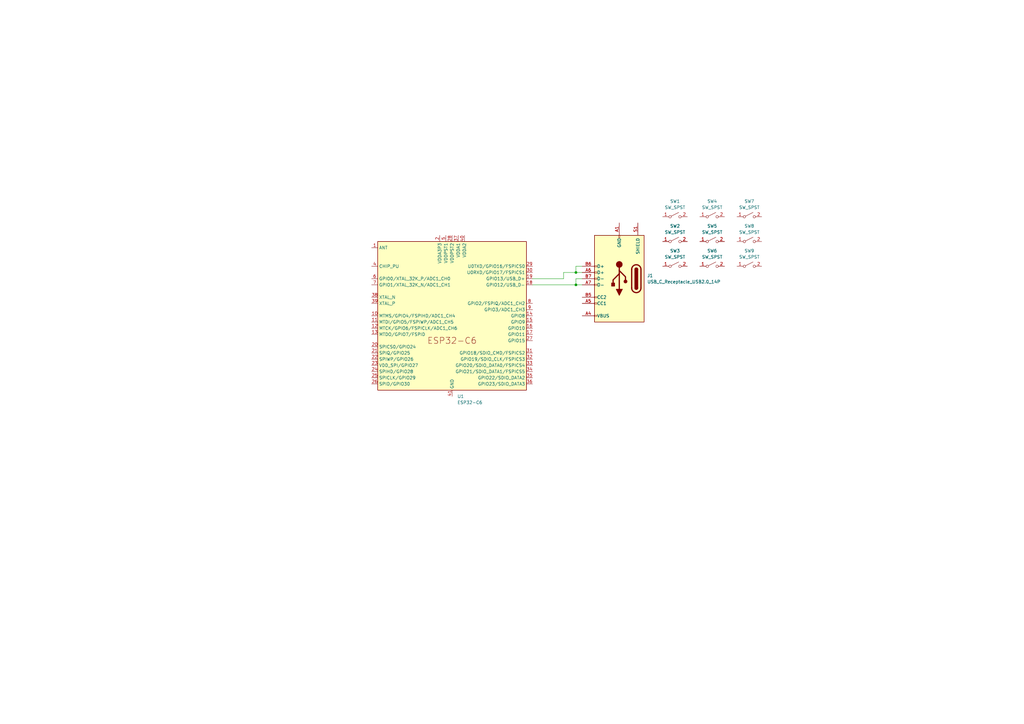
<source format=kicad_sch>
(kicad_sch (version 20250114) (generator "eeschema") (generator_version "9.0")
  (paper "A3")
  (lib_symbols
    (symbol "Connector:USB_C_Receptacle_USB2.0_14P" (pin_names (offset 1.016))
      (property "Reference" "J" (at 0 22.225 0))
      (property "Value" "USB_C_Receptacle_USB2.0_14P" (at 0 19.685 0))
      (symbol "USB_C_Receptacle_USB2.0_14P_0_0"
        (rectangle (start -0.254 -17.78) (end 0.254 -16.764))
        (rectangle (start 10.16 15.494) (end 9.144 14.986))
        (rectangle (start 10.16 10.414) (end 9.144 9.906))
        (rectangle (start 10.16 7.874) (end 9.144 7.366))
        (rectangle (start 10.16 2.794) (end 9.144 2.286))
        (rectangle (start 10.16 0.254) (end 9.144 -0.254))
        (rectangle (start 10.16 -2.286) (end 9.144 -2.794))
        (rectangle (start 10.16 -4.826) (end 9.144 -5.334))
      )
      (symbol "USB_C_Receptacle_USB2.0_14P_0_1"
        (rectangle (start -10.16 17.78) (end 10.16 -17.78) (stroke (width 0.254)) (fill (type background)))
        (polyline (pts (xy -8.89 -3.81) (xy -8.89 3.81)) (stroke (width 0.508)))
        (rectangle (start -7.62 -3.81) (end -6.35 3.81) (stroke (width 0.254)) (fill (type outline)))
        (arc (start -7.62 3.81) (mid -6.985 4.4423) (end -6.35 3.81) (stroke (width 0.254)))
        (arc (start -7.62 3.81) (mid -6.985 4.4423) (end -6.35 3.81) (stroke (width 0.254)) (fill (type outline)))
        (arc (start -8.89 3.81) (mid -6.985 5.7067) (end -5.08 3.81) (stroke (width 0.508)))
        (arc (start -5.08 -3.81) (mid -6.985 -5.7067) (end -8.89 -3.81) (stroke (width 0.508)))
        (arc (start -6.35 -3.81) (mid -6.985 -4.4423) (end -7.62 -3.81) (stroke (width 0.254)))
        (arc (start -6.35 -3.81) (mid -6.985 -4.4423) (end -7.62 -3.81) (stroke (width 0.254)) (fill (type outline)))
        (polyline (pts (xy -5.08 3.81) (xy -5.08 -3.81)) (stroke (width 0.508)))
        (circle (center -2.54 1.143) (radius 0.635) (stroke (width 0.254)) (fill (type outline)))
        (polyline (pts (xy -1.27 4.318) (xy 0 6.858) (xy 1.27 4.318) (xy -1.27 4.318)) (stroke (width 0.254)) (fill (type outline)))
        (polyline (pts (xy 0 -2.032) (xy 2.54 0.508) (xy 2.54 1.778)) (stroke (width 0.508)))
        (polyline (pts (xy 0 -3.302) (xy -2.54 -0.762) (xy -2.54 0.508)) (stroke (width 0.508)))
        (polyline (pts (xy 0 -5.842) (xy 0 4.318)) (stroke (width 0.508)))
        (circle (center 0 -5.842) (radius 1.27) (fill (type outline)))
        (rectangle (start 1.905 1.778) (end 3.175 3.048) (stroke (width 0.254)) (fill (type outline)))
      )
      (symbol "USB_C_Receptacle_USB2.0_14P_1_1"
        (pin passive line (at -7.62 -22.86 90) (length 5.08) (name "SHIELD") (number "S1"))
        (pin passive line (at 0 -22.86 90) (length 5.08) (name "GND") (number "A1"))
        (pin passive line (at 0 -22.86 90) (length 5.08) (hide yes) (name "GND") (number "A12"))
        (pin passive line (at 0 -22.86 90) (length 5.08) (hide yes) (name "GND") (number "B1"))
        (pin passive line (at 0 -22.86 90) (length 5.08) (hide yes) (name "GND") (number "B12"))
        (pin passive line (at 15.24 15.24 180) (length 5.08) (name "VBUS") (number "A4"))
        (pin passive line (at 15.24 15.24 180) (length 5.08) (hide yes) (name "VBUS") (number "A9"))
        (pin passive line (at 15.24 15.24 180) (length 5.08) (hide yes) (name "VBUS") (number "B4"))
        (pin passive line (at 15.24 15.24 180) (length 5.08) (hide yes) (name "VBUS") (number "B9"))
        (pin bidirectional line (at 15.24 10.16 180) (length 5.08) (name "CC1") (number "A5"))
        (pin bidirectional line (at 15.24 7.62 180) (length 5.08) (name "CC2") (number "B5"))
        (pin bidirectional line (at 15.24 2.54 180) (length 5.08) (name "D-") (number "A7"))
        (pin bidirectional line (at 15.24 0 180) (length 5.08) (name "D-") (number "B7"))
        (pin bidirectional line (at 15.24 -2.54 180) (length 5.08) (name "D+") (number "A6"))
        (pin bidirectional line (at 15.24 -5.08 180) (length 5.08) (name "D+") (number "B6"))
      )
    )
    (symbol "PCM_Espressif:ESP32-C6"
      (property "Reference" "U" (at -27.94 33.02 0))
      (property "Value" "ESP32-C6" (at 25.4 33.02 0))
      (symbol "ESP32-C6_0_0"
        (text "ESP32-C6" (at 0 -10.16 0) (effects (font (size 2.54 2.54))))
      )
      (symbol "ESP32-C6_0_1"
        (rectangle (start -30.48 30.48) (end 30.48 -30.48) (stroke (width 0.254)) (fill (type background)))
      )
      (symbol "ESP32-C6_1_1"
        (pin bidirectional line (at -33.02 27.94 0) (length 2.54) (name "ANT") (number "1"))
        (pin input line (at -33.02 20.32 0) (length 2.54) (name "CHIP_PU") (number "4"))
        (pin bidirectional line (at -33.02 15.24 0) (length 2.54) (name "GPIO0/XTAL_32K_P/ADC1_CH0") (number "6"))
        (pin bidirectional line (at -33.02 12.7 0) (length 2.54) (name "GPIO1/XTAL_32K_N/ADC1_CH1") (number "7"))
        (pin output line (at -33.02 7.62 0) (length 2.54) (name "XTAL_N") (number "38"))
        (pin input line (at -33.02 5.08 0) (length 2.54) (name "XTAL_P") (number "39"))
        (pin bidirectional line (at -33.02 0 0) (length 2.54) (name "MTMS/GPIO4/FSPIHD/ADC1_CH4") (number "10"))
        (pin bidirectional line (at -33.02 -2.54 0) (length 2.54) (name "MTDI/GPIO5/FSPIWP/ADC1_CH5") (number "11"))
        (pin bidirectional line (at -33.02 -5.08 0) (length 2.54) (name "MTCK/GPIO6/FSPICLK/ADC1_CH6") (number "12"))
        (pin bidirectional line (at -33.02 -7.62 0) (length 2.54) (name "MTDO/GPIO7/FSPID") (number "13"))
        (pin bidirectional line (at -33.02 -12.7 0) (length 2.54) (name "SPICS0/GPIO24") (number "20"))
        (pin bidirectional line (at -33.02 -15.24 0) (length 2.54) (name "SPIQ/GPIO25") (number "21"))
        (pin bidirectional line (at -33.02 -17.78 0) (length 2.54) (name "SPIWP/GPIO26") (number "22"))
        (pin bidirectional line (at -33.02 -20.32 0) (length 2.54) (name "VDD_SPI/GPIO27") (number "23"))
        (pin bidirectional line (at -33.02 -22.86 0) (length 2.54) (name "SPIHD/GPIO28") (number "24"))
        (pin bidirectional line (at -33.02 -25.4 0) (length 2.54) (name "SPICLK/GPIO29") (number "25"))
        (pin bidirectional line (at -33.02 -27.94 0) (length 2.54) (name "SPID/GPIO30") (number "26"))
        (pin power_in line (at -5.08 33.02 270) (length 2.54) (name "VDDA3P3") (number "2"))
        (pin passive line (at -5.08 33.02 270) (length 2.54) (hide yes) (name "VDDA3P3") (number "3"))
        (pin power_in line (at -2.54 33.02 270) (length 2.54) (name "VDDPST1") (number "5"))
        (pin power_in line (at 0 33.02 270) (length 2.54) (name "VDDPST2") (number "28"))
        (pin power_in line (at 0 -33.02 90) (length 2.54) (name "GND") (number "41"))
        (pin power_in line (at 2.54 33.02 270) (length 2.54) (name "VDDA1") (number "37"))
        (pin power_in line (at 5.08 33.02 270) (length 2.54) (name "VDDA2") (number "40"))
        (pin bidirectional line (at 33.02 20.32 180) (length 2.54) (name "U0TXD/GPIO16/FSPICS0") (number "29"))
        (pin bidirectional line (at 33.02 17.78 180) (length 2.54) (name "U0RXD/GPIO17/FSPICS1") (number "30"))
        (pin bidirectional line (at 33.02 15.24 180) (length 2.54) (name "GPIO13/USB_D+") (number "19"))
        (pin bidirectional line (at 33.02 12.7 180) (length 2.54) (name "GPIO12/USB_D-") (number "18"))
        (pin bidirectional line (at 33.02 5.08 180) (length 2.54) (name "GPIO2/FSPIQ/ADC1_CH2") (number "8"))
        (pin bidirectional line (at 33.02 2.54 180) (length 2.54) (name "GPIO3/ADC1_CH3") (number "9"))
        (pin bidirectional line (at 33.02 0 180) (length 2.54) (name "GPIO8") (number "14"))
        (pin bidirectional line (at 33.02 -2.54 180) (length 2.54) (name "GPIO9") (number "15"))
        (pin bidirectional line (at 33.02 -5.08 180) (length 2.54) (name "GPIO10") (number "16"))
        (pin bidirectional line (at 33.02 -7.62 180) (length 2.54) (name "GPIO11") (number "17"))
        (pin bidirectional line (at 33.02 -10.16 180) (length 2.54) (name "GPIO15") (number "27"))
        (pin bidirectional line (at 33.02 -15.24 180) (length 2.54) (name "GPIO18/SDIO_CMD/FSPICS2") (number "31"))
        (pin bidirectional line (at 33.02 -17.78 180) (length 2.54) (name "GPIO19/SDIO_CLK/FSPICS3") (number "32"))
        (pin bidirectional line (at 33.02 -20.32 180) (length 2.54) (name "GPIO20/SDIO_DATA0/FSPICS4") (number "33"))
        (pin bidirectional line (at 33.02 -22.86 180) (length 2.54) (name "GPIO21/SDIO_DATA1/FSPICS5") (number "34"))
        (pin bidirectional line (at 33.02 -25.4 180) (length 2.54) (name "GPIO22/SDIO_DATA2") (number "35"))
        (pin bidirectional line (at 33.02 -27.94 180) (length 2.54) (name "GPIO23/SDIO_DATA3") (number "36"))
      )
    )
    (symbol "Switch:SW_SPST" (pin_names (offset 0) (hide yes))
      (property "Reference" "SW" (at 0 3.175 0))
      (property "Value" "SW_SPST" (at 0 -2.54 0))
      (symbol "SW_SPST_0_0"
        (circle (center -2.032 0) (radius 0.508))
        (polyline (pts (xy -1.524 0.254) (xy 1.524 1.778)))
        (circle (center 2.032 0) (radius 0.508))
      )
      (symbol "SW_SPST_1_1"
        (pin passive line (at -5.08 0 0) (length 2.54) (name "A") (number "1"))
        (pin passive line (at 5.08 0 180) (length 2.54) (name "B") (number "2"))
      )
    )
  )
  (junction (at 236.22 111.76))
  (junction (at 236.22 116.84))
  (wire (pts (xy 236.22 111.76) (xy 238.76 111.76)))
  (wire (pts (xy 238.76 114.3) (xy 236.22 114.3)))
  (wire (pts (xy 236.22 116.84) (xy 238.76 116.84)))
  (wire (pts (xy 218.44 114.3) (xy 231.14 114.3)))
  (wire (pts (xy 236.22 114.3) (xy 236.22 116.84)))
  (wire (pts (xy 231.14 114.3) (xy 231.14 111.76)))
  (wire (pts (xy 238.76 109.22) (xy 236.22 109.22)))
  (wire (pts (xy 218.44 116.84) (xy 236.22 116.84)))
  (wire (pts (xy 231.14 111.76) (xy 236.22 111.76)))
  (wire (pts (xy 236.22 109.22) (xy 236.22 111.76)))
  (symbol (lib_id "Connector:USB_C_Receptacle_USB2.0_14P") (at 254 114.3 180) (unit 1)
    (property "Reference" "J1" (at 265.43 113.0299 0) (effects (justify right)))
    (property "Value" "USB_C_Receptacle_USB2.0_14P" (at 265.43 115.5699 0) (effects (justify right)))
    (property "Footprint" "Connector_USB:USB_C_Receptacle_GCT_USB4085" (effects (hide yes)))
    (property "Datasheet" "https://www.usb.org/sites/default/files/documents/usb_type-c.zip" (effects (hide yes)))
    (property "Description" "USB 2.0-only 14P Type-C Receptacle connector" (effects (hide yes)))
  )
  (symbol (lib_id "PCM_Espressif:ESP32-C6") (at 185.42 129.54 0) (unit 1)
    (property "Reference" "U1" (at 187.5633 162.56 0) (effects (justify left)))
    (property "Value" "ESP32-C6" (at 187.5633 165.1 0) (effects (justify left)))
    (property "Footprint" "Package_DFN_QFN:QFN-40-1EP_5x5mm_P0.4mm_EP3.6x3.6mm" (effects (hide yes)))
    (property "Datasheet" "https://www.espressif.com/sites/default/files/documentation/esp32-c6_datasheet_en.pdf" (effects (hide yes)))
    (property "Description" "ESP32C6,ultra-low-power SoC with RISC-V single-core microprocessor,2.4 GHz Wi-Fi 6 (802.11 ax), Bluetooth 5 (LE), Zigbee and Thread (802.15.4),QFN-40" (effects (hide yes)))
  )
  (symbol (lib_id "Switch:SW_SPST") (at 292.1 109.22 0) (unit 1)
    (property "Reference" "SW6" (at 292.1 102.87 0))
    (property "Value" "SW_SPST" (at 292.1 105.41 0))
    (property "Footprint" "PCM_Switch_Keyboard_Cherry_MX:SW_Cherry_MX_PCB_1.00u" (effects (hide yes)))
    (property "Description" "Single Pole Single Throw (SPST) switch" (effects (hide yes)))
  )
  (symbol (lib_id "Switch:SW_SPST") (at 276.86 99.06 0) (unit 1)
    (property "Reference" "SW2" (at 276.86 92.71 0))
    (property "Value" "SW_SPST" (at 276.86 95.25 0))
    (property "Footprint" "PCM_Switch_Keyboard_Cherry_MX:SW_Cherry_MX_PCB_1.00u" (effects (hide yes)))
    (property "Description" "Single Pole Single Throw (SPST) switch" (effects (hide yes)))
  )
  (symbol (lib_id "Switch:SW_SPST") (at 276.86 88.9 0) (unit 1)
    (property "Reference" "SW1" (at 276.86 82.55 0))
    (property "Value" "SW_SPST" (at 276.86 85.09 0))
    (property "Footprint" "PCM_Switch_Keyboard_Cherry_MX:SW_Cherry_MX_PCB_1.00u" (effects (hide yes)))
    (property "Description" "Single Pole Single Throw (SPST) switch" (effects (hide yes)))
  )
  (symbol (lib_id "Switch:SW_SPST") (at 292.1 99.06 0) (unit 1)
    (property "Reference" "SW5" (at 292.1 92.71 0))
    (property "Value" "SW_SPST" (at 292.1 95.25 0))
    (property "Footprint" "PCM_Switch_Keyboard_Cherry_MX:SW_Cherry_MX_PCB_1.00u" (effects (hide yes)))
    (property "Description" "Single Pole Single Throw (SPST) switch" (effects (hide yes)))
  )
  (symbol (lib_id "Switch:SW_SPST") (at 307.34 109.22 0) (unit 1)
    (property "Reference" "SW9" (at 307.34 102.87 0))
    (property "Value" "SW_SPST" (at 307.34 105.41 0))
    (property "Footprint" "PCM_Switch_Keyboard_Cherry_MX:SW_Cherry_MX_PCB_1.00u" (effects (hide yes)))
    (property "Description" "Single Pole Single Throw (SPST) switch" (effects (hide yes)))
  )
  (symbol (lib_id "Switch:SW_SPST") (at 307.34 99.06 0) (unit 1)
    (property "Reference" "SW8" (at 307.34 92.71 0))
    (property "Value" "SW_SPST" (at 307.34 95.25 0))
    (property "Footprint" "PCM_Switch_Keyboard_Cherry_MX:SW_Cherry_MX_PCB_1.00u" (effects (hide yes)))
    (property "Description" "Single Pole Single Throw (SPST) switch" (effects (hide yes)))
  )
  (symbol (lib_id "Switch:SW_SPST") (at 292.1 88.9 0) (unit 1)
    (property "Reference" "SW4" (at 292.1 82.55 0))
    (property "Value" "SW_SPST" (at 292.1 85.09 0))
    (property "Footprint" "PCM_Switch_Keyboard_Cherry_MX:SW_Cherry_MX_PCB_1.00u" (effects (hide yes)))
    (property "Description" "Single Pole Single Throw (SPST) switch" (effects (hide yes)))
  )
  (symbol (lib_id "Switch:SW_SPST") (at 276.86 109.22 0) (unit 1)
    (property "Reference" "SW3" (at 276.86 102.87 0))
    (property "Value" "SW_SPST" (at 276.86 105.41 0))
    (property "Footprint" "PCM_Switch_Keyboard_Cherry_MX:SW_Cherry_MX_PCB_1.00u" (effects (hide yes)))
    (property "Description" "Single Pole Single Throw (SPST) switch" (effects (hide yes)))
  )
  (symbol (lib_id "Switch:SW_SPST") (at 307.34 88.9 0) (unit 1)
    (property "Reference" "SW7" (at 307.34 82.55 0))
    (property "Value" "SW_SPST" (at 307.34 85.09 0))
    (property "Footprint" "PCM_Switch_Keyboard_Cherry_MX:SW_Cherry_MX_PCB_1.00u" (effects (hide yes)))
    (property "Description" "Single Pole Single Throw (SPST) switch" (effects (hide yes)))
  )
)
</source>
